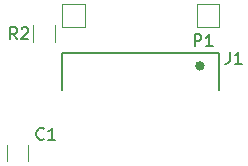
<source format=gbr>
%TF.GenerationSoftware,KiCad,Pcbnew,9.0.7*%
%TF.CreationDate,2026-02-26T13:16:19-05:00*%
%TF.ProjectId,Mouse Dongle Card,4d6f7573-6520-4446-9f6e-676c65204361,X1*%
%TF.SameCoordinates,Original*%
%TF.FileFunction,Legend,Top*%
%TF.FilePolarity,Positive*%
%FSLAX46Y46*%
G04 Gerber Fmt 4.6, Leading zero omitted, Abs format (unit mm)*
G04 Created by KiCad (PCBNEW 9.0.7) date 2026-02-26 13:16:19*
%MOMM*%
%LPD*%
G01*
G04 APERTURE LIST*
%ADD10C,0.150000*%
%ADD11C,0.120000*%
%ADD12C,0.200000*%
%ADD13C,0.400000*%
G04 APERTURE END LIST*
D10*
X100083333Y-132359580D02*
X100035714Y-132407200D01*
X100035714Y-132407200D02*
X99892857Y-132454819D01*
X99892857Y-132454819D02*
X99797619Y-132454819D01*
X99797619Y-132454819D02*
X99654762Y-132407200D01*
X99654762Y-132407200D02*
X99559524Y-132311961D01*
X99559524Y-132311961D02*
X99511905Y-132216723D01*
X99511905Y-132216723D02*
X99464286Y-132026247D01*
X99464286Y-132026247D02*
X99464286Y-131883390D01*
X99464286Y-131883390D02*
X99511905Y-131692914D01*
X99511905Y-131692914D02*
X99559524Y-131597676D01*
X99559524Y-131597676D02*
X99654762Y-131502438D01*
X99654762Y-131502438D02*
X99797619Y-131454819D01*
X99797619Y-131454819D02*
X99892857Y-131454819D01*
X99892857Y-131454819D02*
X100035714Y-131502438D01*
X100035714Y-131502438D02*
X100083333Y-131550057D01*
X101035714Y-132454819D02*
X100464286Y-132454819D01*
X100750000Y-132454819D02*
X100750000Y-131454819D01*
X100750000Y-131454819D02*
X100654762Y-131597676D01*
X100654762Y-131597676D02*
X100559524Y-131692914D01*
X100559524Y-131692914D02*
X100464286Y-131740533D01*
X115826666Y-125044819D02*
X115826666Y-125759104D01*
X115826666Y-125759104D02*
X115779047Y-125901961D01*
X115779047Y-125901961D02*
X115683809Y-125997200D01*
X115683809Y-125997200D02*
X115540952Y-126044819D01*
X115540952Y-126044819D02*
X115445714Y-126044819D01*
X116826666Y-126044819D02*
X116255238Y-126044819D01*
X116540952Y-126044819D02*
X116540952Y-125044819D01*
X116540952Y-125044819D02*
X116445714Y-125187676D01*
X116445714Y-125187676D02*
X116350476Y-125282914D01*
X116350476Y-125282914D02*
X116255238Y-125330533D01*
X97833333Y-123954819D02*
X97500000Y-123478628D01*
X97261905Y-123954819D02*
X97261905Y-122954819D01*
X97261905Y-122954819D02*
X97642857Y-122954819D01*
X97642857Y-122954819D02*
X97738095Y-123002438D01*
X97738095Y-123002438D02*
X97785714Y-123050057D01*
X97785714Y-123050057D02*
X97833333Y-123145295D01*
X97833333Y-123145295D02*
X97833333Y-123288152D01*
X97833333Y-123288152D02*
X97785714Y-123383390D01*
X97785714Y-123383390D02*
X97738095Y-123431009D01*
X97738095Y-123431009D02*
X97642857Y-123478628D01*
X97642857Y-123478628D02*
X97261905Y-123478628D01*
X98214286Y-123050057D02*
X98261905Y-123002438D01*
X98261905Y-123002438D02*
X98357143Y-122954819D01*
X98357143Y-122954819D02*
X98595238Y-122954819D01*
X98595238Y-122954819D02*
X98690476Y-123002438D01*
X98690476Y-123002438D02*
X98738095Y-123050057D01*
X98738095Y-123050057D02*
X98785714Y-123145295D01*
X98785714Y-123145295D02*
X98785714Y-123240533D01*
X98785714Y-123240533D02*
X98738095Y-123383390D01*
X98738095Y-123383390D02*
X98166667Y-123954819D01*
X98166667Y-123954819D02*
X98785714Y-123954819D01*
X112851905Y-124544819D02*
X112851905Y-123544819D01*
X112851905Y-123544819D02*
X113232857Y-123544819D01*
X113232857Y-123544819D02*
X113328095Y-123592438D01*
X113328095Y-123592438D02*
X113375714Y-123640057D01*
X113375714Y-123640057D02*
X113423333Y-123735295D01*
X113423333Y-123735295D02*
X113423333Y-123878152D01*
X113423333Y-123878152D02*
X113375714Y-123973390D01*
X113375714Y-123973390D02*
X113328095Y-124021009D01*
X113328095Y-124021009D02*
X113232857Y-124068628D01*
X113232857Y-124068628D02*
X112851905Y-124068628D01*
X114375714Y-124544819D02*
X113804286Y-124544819D01*
X114090000Y-124544819D02*
X114090000Y-123544819D01*
X114090000Y-123544819D02*
X113994762Y-123687676D01*
X113994762Y-123687676D02*
X113899524Y-123782914D01*
X113899524Y-123782914D02*
X113804286Y-123830533D01*
D11*
%TO.C,GP1*%
X101650000Y-121010000D02*
X103550000Y-121010000D01*
X101650000Y-122910000D02*
X101650000Y-121010000D01*
X103550000Y-121010000D02*
X103550000Y-122910000D01*
X103550000Y-122910000D02*
X101650000Y-122910000D01*
%TO.C,GP3*%
X113050000Y-121010000D02*
X114950000Y-121010000D01*
X113050000Y-122910000D02*
X113050000Y-121010000D01*
X114950000Y-121010000D02*
X114950000Y-122910000D01*
X114950000Y-122910000D02*
X113050000Y-122910000D01*
%TO.C,C1*%
X96940000Y-132868748D02*
X96940000Y-134291252D01*
X98760000Y-132868748D02*
X98760000Y-134291252D01*
D12*
%TO.C,J1*%
X101650000Y-125150000D02*
X114950000Y-125150000D01*
X101650000Y-128290000D02*
X101650000Y-125150000D01*
X114950000Y-125150000D02*
X114950000Y-128290000D01*
D13*
X113500000Y-126210000D02*
G75*
G02*
X113100000Y-126210000I-200000J0D01*
G01*
X113100000Y-126210000D02*
G75*
G02*
X113500000Y-126210000I200000J0D01*
G01*
D11*
%TO.C,R2*%
X99190000Y-124227064D02*
X99190000Y-122772936D01*
X101010000Y-124227064D02*
X101010000Y-122772936D01*
%TD*%
M02*

</source>
